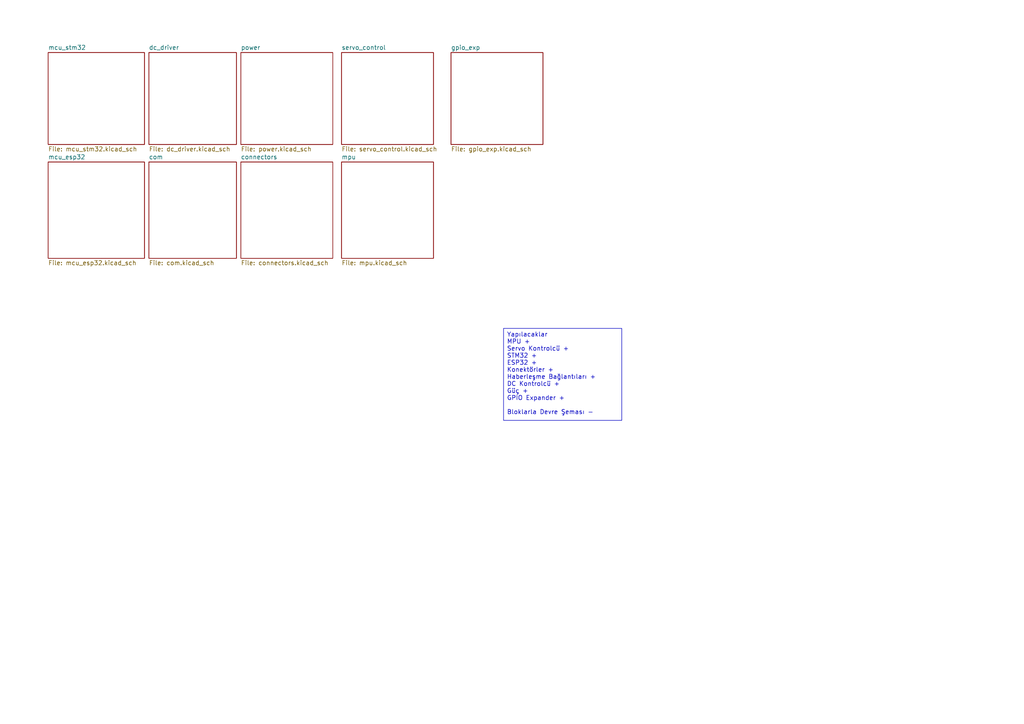
<source format=kicad_sch>
(kicad_sch
	(version 20231120)
	(generator "eeschema")
	(generator_version "8.0")
	(uuid "f177fb06-71dc-4865-9331-a828b12c2bf7")
	(paper "A4")
	(lib_symbols)
	(text_box "Yapılacaklar\nMPU +\nServo Kontrolcü +\nSTM32 +\nESP32 +\nKonektörler +\nHaberleşme Bağlantıları +\nDC Kontrolcü + \nGüç +\nGPIO Expander + \n\nBloklarla Devre Şeması -\n"
		(exclude_from_sim no)
		(at 146.05 95.25 0)
		(size 34.29 26.67)
		(stroke
			(width 0)
			(type default)
		)
		(fill
			(type none)
		)
		(effects
			(font
				(size 1.27 1.27)
			)
			(justify left top)
		)
		(uuid "9a0e657c-ce56-47de-97fa-23967c255a3f")
	)
	(text "\n\n\n\n"
		(exclude_from_sim no)
		(at 162.814 61.214 0)
		(effects
			(font
				(size 1.27 1.27)
			)
		)
		(uuid "96f46b68-32ea-422e-8766-3475f0a0fab4")
	)
	(sheet
		(at 13.97 46.99)
		(size 27.94 27.94)
		(fields_autoplaced yes)
		(stroke
			(width 0.1524)
			(type solid)
		)
		(fill
			(color 0 0 0 0.0000)
		)
		(uuid "0ded9e45-71e1-4118-a2b1-0d1586a9cfb7")
		(property "Sheetname" "mcu_esp32"
			(at 13.97 46.2784 0)
			(effects
				(font
					(size 1.27 1.27)
				)
				(justify left bottom)
			)
		)
		(property "Sheetfile" "mcu_esp32.kicad_sch"
			(at 13.97 75.5146 0)
			(effects
				(font
					(size 1.27 1.27)
				)
				(justify left top)
			)
		)
		(instances
			(project "controllerForVehicle"
				(path "/f177fb06-71dc-4865-9331-a828b12c2bf7"
					(page "4")
				)
			)
		)
	)
	(sheet
		(at 69.85 15.24)
		(size 26.67 26.67)
		(fields_autoplaced yes)
		(stroke
			(width 0.1524)
			(type solid)
		)
		(fill
			(color 0 0 0 0.0000)
		)
		(uuid "246aadde-63dd-43a8-8c13-9277e86d79b9")
		(property "Sheetname" "power"
			(at 69.85 14.5284 0)
			(effects
				(font
					(size 1.27 1.27)
				)
				(justify left bottom)
			)
		)
		(property "Sheetfile" "power.kicad_sch"
			(at 69.85 42.4946 0)
			(effects
				(font
					(size 1.27 1.27)
				)
				(justify left top)
			)
		)
		(instances
			(project "controllerForVehicle"
				(path "/f177fb06-71dc-4865-9331-a828b12c2bf7"
					(page "6")
				)
			)
		)
	)
	(sheet
		(at 69.85 46.99)
		(size 26.67 27.94)
		(fields_autoplaced yes)
		(stroke
			(width 0.1524)
			(type solid)
		)
		(fill
			(color 0 0 0 0.0000)
		)
		(uuid "2c10483a-1114-4200-aa47-c2b762da2921")
		(property "Sheetname" "connectors"
			(at 69.85 46.2784 0)
			(effects
				(font
					(size 1.27 1.27)
				)
				(justify left bottom)
			)
		)
		(property "Sheetfile" "connectors.kicad_sch"
			(at 69.85 75.5146 0)
			(effects
				(font
					(size 1.27 1.27)
				)
				(justify left top)
			)
		)
		(instances
			(project "controllerForVehicle"
				(path "/f177fb06-71dc-4865-9331-a828b12c2bf7"
					(page "7")
				)
			)
		)
	)
	(sheet
		(at 99.06 15.24)
		(size 26.67 26.67)
		(fields_autoplaced yes)
		(stroke
			(width 0.1524)
			(type solid)
		)
		(fill
			(color 0 0 0 0.0000)
		)
		(uuid "3804d0ff-5708-40cf-ad06-da415e1ba4d8")
		(property "Sheetname" "servo_control"
			(at 99.06 14.5284 0)
			(effects
				(font
					(size 1.27 1.27)
				)
				(justify left bottom)
			)
		)
		(property "Sheetfile" "servo_control.kicad_sch"
			(at 99.06 42.4946 0)
			(effects
				(font
					(size 1.27 1.27)
				)
				(justify left top)
			)
		)
		(instances
			(project "controllerForVehicle"
				(path "/f177fb06-71dc-4865-9331-a828b12c2bf7"
					(page "8")
				)
			)
		)
	)
	(sheet
		(at 13.97 15.24)
		(size 27.94 26.67)
		(fields_autoplaced yes)
		(stroke
			(width 0.1524)
			(type solid)
		)
		(fill
			(color 0 0 0 0.0000)
		)
		(uuid "3df2cc68-9e37-4ed2-a8f2-6c459eac7ab6")
		(property "Sheetname" "mcu_stm32"
			(at 13.97 14.5284 0)
			(effects
				(font
					(size 1.27 1.27)
				)
				(justify left bottom)
			)
		)
		(property "Sheetfile" "mcu_stm32.kicad_sch"
			(at 13.97 42.4946 0)
			(effects
				(font
					(size 1.27 1.27)
				)
				(justify left top)
			)
		)
		(instances
			(project "controllerForVehicle"
				(path "/f177fb06-71dc-4865-9331-a828b12c2bf7"
					(page "2")
				)
			)
		)
	)
	(sheet
		(at 99.06 46.99)
		(size 26.67 27.94)
		(fields_autoplaced yes)
		(stroke
			(width 0.1524)
			(type solid)
		)
		(fill
			(color 0 0 0 0.0000)
		)
		(uuid "5b9378f8-f7b1-4754-9b49-5b2cb88e490a")
		(property "Sheetname" "mpu"
			(at 99.06 46.2784 0)
			(effects
				(font
					(size 1.27 1.27)
				)
				(justify left bottom)
			)
		)
		(property "Sheetfile" "mpu.kicad_sch"
			(at 99.06 75.5146 0)
			(effects
				(font
					(size 1.27 1.27)
				)
				(justify left top)
			)
		)
		(instances
			(project "controllerForVehicle"
				(path "/f177fb06-71dc-4865-9331-a828b12c2bf7"
					(page "9")
				)
			)
		)
	)
	(sheet
		(at 43.18 15.24)
		(size 25.4 26.67)
		(fields_autoplaced yes)
		(stroke
			(width 0.1524)
			(type solid)
		)
		(fill
			(color 0 0 0 0.0000)
		)
		(uuid "78fca708-b9a6-4133-b2da-ae3eb95ca516")
		(property "Sheetname" "dc_driver"
			(at 43.18 14.5284 0)
			(effects
				(font
					(size 1.27 1.27)
				)
				(justify left bottom)
			)
		)
		(property "Sheetfile" "dc_driver.kicad_sch"
			(at 43.18 42.4946 0)
			(effects
				(font
					(size 1.27 1.27)
				)
				(justify left top)
			)
		)
		(instances
			(project "controllerForVehicle"
				(path "/f177fb06-71dc-4865-9331-a828b12c2bf7"
					(page "3")
				)
			)
		)
	)
	(sheet
		(at 130.81 15.24)
		(size 26.67 26.67)
		(fields_autoplaced yes)
		(stroke
			(width 0.1524)
			(type solid)
		)
		(fill
			(color 0 0 0 0.0000)
		)
		(uuid "cf99d41f-154f-4525-9df8-a364b4903864")
		(property "Sheetname" "gpio_exp"
			(at 130.81 14.5284 0)
			(effects
				(font
					(size 1.27 1.27)
				)
				(justify left bottom)
			)
		)
		(property "Sheetfile" "gpio_exp.kicad_sch"
			(at 130.81 42.4946 0)
			(effects
				(font
					(size 1.27 1.27)
				)
				(justify left top)
			)
		)
		(instances
			(project "controllerForVehicle"
				(path "/f177fb06-71dc-4865-9331-a828b12c2bf7"
					(page "10")
				)
			)
		)
	)
	(sheet
		(at 43.18 46.99)
		(size 25.4 27.94)
		(fields_autoplaced yes)
		(stroke
			(width 0.1524)
			(type solid)
		)
		(fill
			(color 0 0 0 0.0000)
		)
		(uuid "fc85c3d3-062f-408a-ac80-59caebdc7296")
		(property "Sheetname" "com"
			(at 43.18 46.2784 0)
			(effects
				(font
					(size 1.27 1.27)
				)
				(justify left bottom)
			)
		)
		(property "Sheetfile" "com.kicad_sch"
			(at 43.18 75.5146 0)
			(effects
				(font
					(size 1.27 1.27)
				)
				(justify left top)
			)
		)
		(instances
			(project "controllerForVehicle"
				(path "/f177fb06-71dc-4865-9331-a828b12c2bf7"
					(page "5")
				)
			)
		)
	)
	(sheet_instances
		(path "/"
			(page "1")
		)
	)
)

</source>
